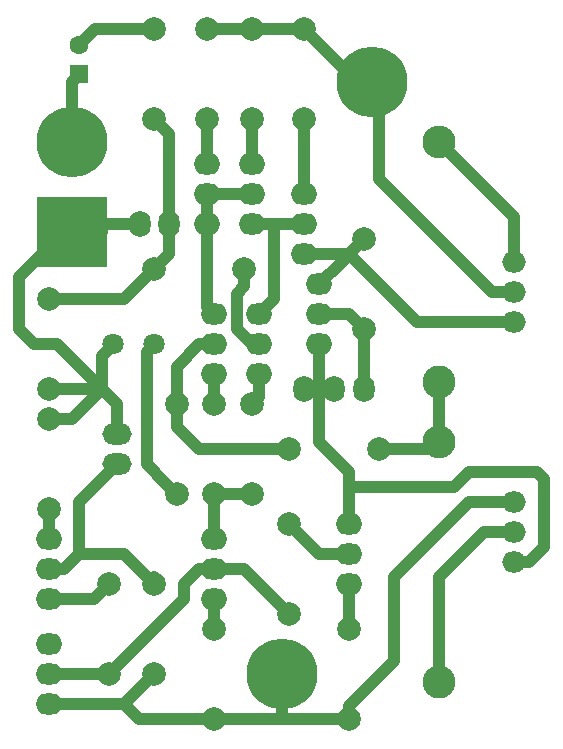
<source format=gbr>
G04 #@! TF.GenerationSoftware,KiCad,Pcbnew,(5.1.5)-3*
G04 #@! TF.CreationDate,2020-04-30T13:53:02+02:00*
G04 #@! TF.ProjectId,DiscreteAmp,44697363-7265-4746-9541-6d702e6b6963,rev?*
G04 #@! TF.SameCoordinates,Original*
G04 #@! TF.FileFunction,Copper,L2,Bot*
G04 #@! TF.FilePolarity,Positive*
%FSLAX46Y46*%
G04 Gerber Fmt 4.6, Leading zero omitted, Abs format (unit mm)*
G04 Created by KiCad (PCBNEW (5.1.5)-3) date 2020-04-30 13:53:02*
%MOMM*%
%LPD*%
G04 APERTURE LIST*
%ADD10R,1.600000X1.600000*%
%ADD11C,1.600000*%
%ADD12O,1.800000X2.250000*%
%ADD13C,1.800000*%
%ADD14R,5.999480X5.999480*%
%ADD15C,5.999480*%
%ADD16O,2.250000X1.800000*%
%ADD17O,2.000000X1.800000*%
%ADD18C,2.000000*%
%ADD19C,2.800000*%
%ADD20O,2.800000X2.800000*%
%ADD21O,2.500000X1.800000*%
%ADD22C,1.000000*%
G04 APERTURE END LIST*
D10*
X151130000Y-69850000D03*
D11*
X151130000Y-67350000D03*
D12*
X158750000Y-82550000D03*
X156250000Y-82550000D03*
D13*
X157480000Y-92710000D03*
X153980000Y-92710000D03*
D14*
X150495000Y-83185000D03*
D15*
X150495000Y-75565000D03*
X175895000Y-70485000D03*
X168275000Y-120650000D03*
D16*
X148590000Y-114300000D03*
X148590000Y-109220000D03*
X148590000Y-111760000D03*
X162560000Y-111760000D03*
X162560000Y-109220000D03*
X162560000Y-114300000D03*
X166370000Y-92710000D03*
X166370000Y-90170000D03*
X166370000Y-95250000D03*
X162560000Y-95250000D03*
X162560000Y-90170000D03*
X162560000Y-92710000D03*
X173990000Y-113030000D03*
X173990000Y-107950000D03*
X173990000Y-110490000D03*
X171450000Y-90170000D03*
X171450000Y-87630000D03*
X171450000Y-92710000D03*
D17*
X187960000Y-90805000D03*
X187960000Y-88265000D03*
X187960000Y-85725000D03*
X187960000Y-106045000D03*
X187960000Y-108585000D03*
X187960000Y-111125000D03*
D18*
X157480000Y-73660000D03*
X157480000Y-66040000D03*
X157480000Y-120650000D03*
X157480000Y-113030000D03*
X148590000Y-88900000D03*
X148590000Y-96520000D03*
X148590000Y-99060000D03*
X148590000Y-106680000D03*
X153670000Y-113030000D03*
X153670000Y-120650000D03*
X157480000Y-86360000D03*
X165100000Y-86360000D03*
X162560000Y-124460000D03*
X162560000Y-116840000D03*
X165735000Y-73660000D03*
X165735000Y-66040000D03*
X165735000Y-97790000D03*
X165735000Y-105410000D03*
X161925000Y-66040000D03*
X161925000Y-73660000D03*
X162560000Y-97790000D03*
X162560000Y-105410000D03*
X159385000Y-105410000D03*
X159385000Y-97790000D03*
X168910000Y-101600000D03*
X176530000Y-101600000D03*
X168910000Y-107950000D03*
X168910000Y-115570000D03*
X170180000Y-73660000D03*
X170180000Y-66040000D03*
X175260000Y-91440000D03*
X175260000Y-83820000D03*
X173990000Y-124460000D03*
X173990000Y-116840000D03*
D19*
X181610000Y-95885000D03*
D20*
X181610000Y-75565000D03*
X181610000Y-100965000D03*
D19*
X181610000Y-121285000D03*
D12*
X175260000Y-96520000D03*
X172720000Y-96520000D03*
X170180000Y-96520000D03*
D16*
X165735000Y-77470000D03*
X165735000Y-82550000D03*
X165735000Y-80010000D03*
X161925000Y-80010000D03*
X161925000Y-82550000D03*
X161925000Y-77470000D03*
X170180000Y-82550000D03*
X170180000Y-85090000D03*
X170180000Y-80010000D03*
X148590000Y-118110000D03*
X148590000Y-123190000D03*
X148590000Y-120650000D03*
D21*
X154305000Y-102870000D03*
X154305000Y-100330000D03*
D22*
X150495000Y-70485000D02*
X151130000Y-69850000D01*
X150495000Y-75565000D02*
X150495000Y-70485000D01*
X152440000Y-66040000D02*
X151130000Y-67350000D01*
X157480000Y-66040000D02*
X152440000Y-66040000D01*
X154940000Y-88900000D02*
X157480000Y-86360000D01*
X148590000Y-88900000D02*
X154940000Y-88900000D01*
X157480000Y-73660000D02*
X158750000Y-74930000D01*
X158750000Y-74930000D02*
X158750000Y-80010000D01*
X158750000Y-85090000D02*
X157480000Y-86360000D01*
X158750000Y-80010000D02*
X158750000Y-85090000D01*
X154305000Y-100330000D02*
X154305000Y-97790000D01*
X154305000Y-97790000D02*
X153035000Y-96520000D01*
X150495000Y-99060000D02*
X148590000Y-99060000D01*
X153035000Y-96520000D02*
X150495000Y-99060000D01*
X148590000Y-96520000D02*
X153035000Y-96520000D01*
X153035000Y-93655000D02*
X153980000Y-92710000D01*
X153035000Y-96520000D02*
X153035000Y-93655000D01*
X150495000Y-83185000D02*
X153075000Y-83185000D01*
X149860000Y-83185000D02*
X150495000Y-83185000D01*
X147320000Y-92710000D02*
X146050000Y-91440000D01*
X153035000Y-96520000D02*
X149225000Y-92710000D01*
X146050000Y-91440000D02*
X146050000Y-86995000D01*
X149225000Y-92710000D02*
X147320000Y-92710000D01*
X146050000Y-86995000D02*
X149860000Y-83185000D01*
X151130000Y-82550000D02*
X150495000Y-83185000D01*
X156250000Y-82550000D02*
X151130000Y-82550000D01*
X158385001Y-104410001D02*
X156845000Y-102870000D01*
X159385000Y-105410000D02*
X158385001Y-104410001D01*
X157480000Y-92710000D02*
X156845000Y-93345000D01*
X156845000Y-102870000D02*
X156845000Y-93345000D01*
X154305000Y-102870000D02*
X151130000Y-106045000D01*
X157480000Y-113030000D02*
X157480000Y-112395000D01*
X151130000Y-110490000D02*
X154940000Y-110490000D01*
X154940000Y-110490000D02*
X157480000Y-113030000D01*
X151130000Y-106045000D02*
X151130000Y-110490000D01*
X148590000Y-111760000D02*
X149860000Y-111760000D01*
X149860000Y-111760000D02*
X151130000Y-110490000D01*
X161925000Y-66040000D02*
X170180000Y-66040000D01*
X176530000Y-72390000D02*
X170180000Y-66040000D01*
X176530000Y-78740000D02*
X176530000Y-72390000D01*
X187960000Y-88265000D02*
X186055000Y-88265000D01*
X186055000Y-88265000D02*
X176530000Y-78740000D01*
X180975000Y-101600000D02*
X181610000Y-100965000D01*
X176530000Y-101600000D02*
X180975000Y-101600000D01*
X181610000Y-95885000D02*
X181610000Y-100965000D01*
X152400000Y-114300000D02*
X153670000Y-113030000D01*
X148590000Y-114300000D02*
X152400000Y-114300000D01*
X148590000Y-120650000D02*
X153670000Y-120650000D01*
X162560000Y-111760000D02*
X161290000Y-111760000D01*
X165100000Y-111760000D02*
X168910000Y-115570000D01*
X162560000Y-111760000D02*
X165100000Y-111760000D01*
X162560000Y-109220000D02*
X162560000Y-105410000D01*
X162560000Y-105410000D02*
X165735000Y-105410000D01*
X162560000Y-116840000D02*
X162560000Y-114300000D01*
X166370000Y-92710000D02*
X165735000Y-92710000D01*
X167640000Y-88900000D02*
X167640000Y-82805000D01*
X166370000Y-90170000D02*
X167640000Y-88900000D01*
X170180000Y-82550000D02*
X165735000Y-82550000D01*
X166370000Y-97155000D02*
X165735000Y-97790000D01*
X166370000Y-95250000D02*
X166370000Y-97155000D01*
X161925000Y-89535000D02*
X162560000Y-90170000D01*
X161925000Y-82550000D02*
X161925000Y-89535000D01*
X161925000Y-82550000D02*
X161925000Y-80010000D01*
X165735000Y-80010000D02*
X161925000Y-80010000D01*
X162560000Y-95250000D02*
X162560000Y-97790000D01*
X170180000Y-73660000D02*
X170180000Y-80010000D01*
X173990000Y-85090000D02*
X175260000Y-83820000D01*
X172465000Y-85090000D02*
X173355000Y-85090000D01*
X170180000Y-85090000D02*
X173355000Y-85090000D01*
X173355000Y-85090000D02*
X173990000Y-85090000D01*
X187960000Y-90805000D02*
X179705000Y-90805000D01*
X179070000Y-90170000D02*
X173990000Y-85090000D01*
X179705000Y-90805000D02*
X179070000Y-90170000D01*
X173990000Y-113030000D02*
X173990000Y-116840000D01*
X171450000Y-92710000D02*
X171450000Y-96520000D01*
X172720000Y-96520000D02*
X171450000Y-96520000D01*
X171450000Y-96520000D02*
X170180000Y-96520000D01*
X171450000Y-96520000D02*
X171450000Y-100965000D01*
X171450000Y-100965000D02*
X173990000Y-103505000D01*
X189865000Y-103505000D02*
X184150000Y-103505000D01*
X190500000Y-104140000D02*
X189865000Y-103505000D01*
X173990000Y-104775000D02*
X173990000Y-107950000D01*
X173990000Y-103505000D02*
X173990000Y-104775000D01*
X187960000Y-111125000D02*
X189230000Y-111125000D01*
X182880000Y-104775000D02*
X173990000Y-104775000D01*
X190500000Y-109855000D02*
X190500000Y-104140000D01*
X184150000Y-103505000D02*
X182880000Y-104775000D01*
X189230000Y-111125000D02*
X190500000Y-109855000D01*
X171450000Y-110490000D02*
X168910000Y-107950000D01*
X173990000Y-110490000D02*
X171450000Y-110490000D01*
X173990000Y-90170000D02*
X175260000Y-91440000D01*
X171450000Y-90170000D02*
X173990000Y-90170000D01*
X175260000Y-96520000D02*
X175260000Y-91440000D01*
X187960000Y-81915000D02*
X181610000Y-75565000D01*
X187960000Y-85725000D02*
X187960000Y-81915000D01*
X173990000Y-123328630D02*
X177800000Y-119518630D01*
X173990000Y-124460000D02*
X173990000Y-123328630D01*
X177800000Y-119518630D02*
X177800000Y-112395000D01*
X184150000Y-106045000D02*
X187960000Y-106045000D01*
X177800000Y-112395000D02*
X184150000Y-106045000D01*
X168275000Y-120650000D02*
X168275000Y-124460000D01*
X168275000Y-124460000D02*
X173990000Y-124460000D01*
X154940000Y-123190000D02*
X157480000Y-120650000D01*
X148590000Y-123190000D02*
X154940000Y-123190000D01*
X168275000Y-124460000D02*
X162560000Y-124460000D01*
X156210000Y-124460000D02*
X154940000Y-123190000D01*
X162560000Y-124460000D02*
X156210000Y-124460000D01*
X148590000Y-106680000D02*
X148590000Y-109220000D01*
X153670000Y-120650000D02*
X160020000Y-114300000D01*
X160020000Y-113030000D02*
X161290000Y-111760000D01*
X160020000Y-114300000D02*
X160020000Y-113030000D01*
X165735000Y-92710000D02*
X164465000Y-91440000D01*
X165100000Y-87774213D02*
X165100000Y-86360000D01*
X164465000Y-88409213D02*
X165100000Y-87774213D01*
X164465000Y-91440000D02*
X164465000Y-88409213D01*
X165735000Y-73660000D02*
X165735000Y-77470000D01*
X161925000Y-73660000D02*
X161925000Y-76835000D01*
X159385000Y-94615000D02*
X159385000Y-97790000D01*
X162560000Y-92710000D02*
X161290000Y-92710000D01*
X161290000Y-92710000D02*
X159385000Y-94615000D01*
X159385000Y-99695000D02*
X159385000Y-97790000D01*
X168910000Y-101600000D02*
X161290000Y-101600000D01*
X161290000Y-101600000D02*
X159385000Y-99695000D01*
X173355000Y-85725000D02*
X173355000Y-85090000D01*
X171450000Y-87630000D02*
X173355000Y-85725000D01*
X173355000Y-85725000D02*
X173990000Y-85090000D01*
X181610000Y-121285000D02*
X181610000Y-112395000D01*
X185420000Y-108585000D02*
X187960000Y-108585000D01*
X181610000Y-112395000D02*
X185420000Y-108585000D01*
M02*

</source>
